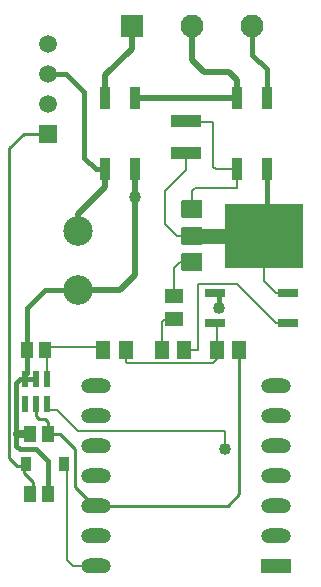
<source format=gtl>
G04*
G04 #@! TF.GenerationSoftware,Altium Limited,Altium Designer,19.1.8 (144)*
G04*
G04 Layer_Physical_Order=1*
G04 Layer_Color=255*
%FSLAX44Y44*%
%MOMM*%
G71*
G01*
G75*
%ADD12C,0.2540*%
%ADD14C,0.2032*%
G04:AMPARAMS|DCode=16|XSize=1.524mm|YSize=1.778mm|CornerRadius=0.0838mm|HoleSize=0mm|Usage=FLASHONLY|Rotation=90.000|XOffset=0mm|YOffset=0mm|HoleType=Round|Shape=RoundedRectangle|*
%AMROUNDEDRECTD16*
21,1,1.5240,1.6104,0,0,90.0*
21,1,1.3564,1.7780,0,0,90.0*
1,1,0.1676,0.8052,0.6782*
1,1,0.1676,0.8052,-0.6782*
1,1,0.1676,-0.8052,-0.6782*
1,1,0.1676,-0.8052,0.6782*
%
%ADD16ROUNDEDRECTD16*%
G04:AMPARAMS|DCode=17|XSize=5.45mm|YSize=6.6mm|CornerRadius=0.0545mm|HoleSize=0mm|Usage=FLASHONLY|Rotation=90.000|XOffset=0mm|YOffset=0mm|HoleType=Round|Shape=RoundedRectangle|*
%AMROUNDEDRECTD17*
21,1,5.4500,6.4910,0,0,90.0*
21,1,5.3410,6.6000,0,0,90.0*
1,1,0.1090,3.2455,2.6705*
1,1,0.1090,3.2455,-2.6705*
1,1,0.1090,-3.2455,-2.6705*
1,1,0.1090,-3.2455,2.6705*
%
%ADD17ROUNDEDRECTD17*%
%ADD18R,0.9500X1.8500*%
%ADD19R,1.3000X1.5000*%
%ADD20R,0.9100X1.2200*%
%ADD21R,0.5500X1.4500*%
%ADD22R,0.5500X1.4500*%
%ADD23R,1.7750X0.6500*%
%ADD24R,2.6000X1.1000*%
%ADD25R,1.1000X1.4000*%
%ADD26R,1.5000X1.3000*%
%ADD46C,0.3810*%
%ADD47C,0.5080*%
%ADD48C,0.6350*%
%ADD49C,1.2700*%
%ADD50C,1.9500*%
%ADD51R,1.9500X1.9500*%
%ADD52O,2.5400X1.2700*%
%ADD53R,2.5400X1.2700*%
%ADD54R,1.5000X1.5000*%
%ADD55C,1.5000*%
%ADD56C,2.5000*%
%ADD57C,1.0160*%
D12*
X79336Y64096D02*
Y67984D01*
X78740Y63500D02*
Y66636D01*
X81280Y66040D02*
X193040D01*
X202540Y75540D01*
Y198120D01*
X63500Y81876D02*
X78740Y66636D01*
X63500Y81876D02*
Y114300D01*
X78740Y63500D02*
X79336Y64096D01*
Y67984D02*
X81280Y66040D01*
X22305Y99615D02*
X24290Y101600D01*
X28060Y76200D02*
Y86240D01*
X14685Y99615D02*
X22305D01*
X20320Y93980D02*
X28060Y86240D01*
X20320Y93980D02*
Y97630D01*
X7874Y106426D02*
X14685Y99615D01*
X7874Y106426D02*
Y368554D01*
X20320Y97630D02*
X22305Y99615D01*
X50800Y127000D02*
X63500Y114300D01*
X40640Y127000D02*
Y137160D01*
X38100Y139700D02*
X40640Y137160D01*
X33020Y139700D02*
X38100D01*
X30480Y142240D02*
X33020Y139700D01*
X30480Y142240D02*
Y151810D01*
X40640Y127000D02*
X50800D01*
X39116Y128524D02*
X40640Y127000D01*
X7874Y368554D02*
X20320Y381000D01*
X40640D01*
D14*
X39980Y147320D02*
X48260D01*
X66040Y129540D02*
X190500D01*
X48260Y147320D02*
X66040Y129540D01*
X190500Y114300D02*
Y129540D01*
X157480Y391160D02*
X180340D01*
X165100Y335280D02*
X200860D01*
X162520Y332700D02*
X165100Y335280D01*
X162520Y317440D02*
Y332700D01*
X157480Y350520D02*
Y364560D01*
X139446Y332486D02*
X157480Y350520D01*
X180340Y353060D02*
Y391160D01*
Y353060D02*
X182650Y350750D01*
X200860D01*
Y335280D02*
Y350750D01*
X139446Y304800D02*
Y332486D01*
X223520Y317500D02*
X225860Y319840D01*
X223520Y294640D02*
Y317500D01*
X167894Y198120D02*
Y253492D01*
X156160Y198120D02*
X167894D01*
X39980Y173310D02*
Y198476D01*
X42164Y200660D02*
X86360D01*
X183540Y198120D02*
Y220980D01*
X107696Y186944D02*
X180340D01*
X106680Y187960D02*
X107696Y186944D01*
X106680Y187960D02*
Y193040D01*
X39980Y147320D02*
Y151810D01*
X139446Y304800D02*
X149606Y294640D01*
X162414D01*
X223520Y256540D02*
Y294640D01*
Y256540D02*
X233680Y246380D01*
X244240D01*
X39980Y198476D02*
X42164Y200660D01*
X147320Y243180D02*
Y266760D01*
X152400Y271840D01*
X162520D01*
X137160Y198120D02*
Y221640D01*
X139700Y224180D01*
X147320D01*
X62070Y15240D02*
X81280D01*
X56990Y20320D02*
X62070Y15240D01*
X56990Y20320D02*
Y101600D01*
X233680Y220980D02*
X244240D01*
X201168Y253492D02*
X233680Y220980D01*
X167894Y253492D02*
X201168D01*
X180340Y186944D02*
X183540Y190144D01*
Y198120D01*
X182480Y220980D02*
X183540D01*
D16*
X162414Y294640D02*
D03*
X162520Y271840D02*
D03*
Y317440D02*
D03*
D17*
X223520Y294640D02*
D03*
D18*
X200860Y411250D02*
D03*
X225860D02*
D03*
Y350750D02*
D03*
X200860D02*
D03*
X89100Y411250D02*
D03*
X114100D02*
D03*
Y350750D02*
D03*
X89100D02*
D03*
D19*
X137160Y198120D02*
D03*
X156160D02*
D03*
X183540D02*
D03*
X202540D02*
D03*
X106680D02*
D03*
X87680D02*
D03*
D20*
X54450Y101600D02*
D03*
X21750D02*
D03*
D21*
X39980Y151810D02*
D03*
X30480D02*
D03*
X20980D02*
D03*
Y173310D02*
D03*
X30480D02*
D03*
D22*
X39980Y173310D02*
D03*
D23*
X244240Y220980D02*
D03*
Y246380D02*
D03*
X182480D02*
D03*
Y220980D02*
D03*
D24*
X157480Y391560D02*
D03*
Y364560D02*
D03*
D25*
X40520Y76200D02*
D03*
X25520D02*
D03*
X37980Y198120D02*
D03*
X22980D02*
D03*
X40640Y127000D02*
D03*
X25640D02*
D03*
D26*
X147320Y243180D02*
D03*
Y224180D02*
D03*
D46*
X13716Y127000D02*
Y170180D01*
Y116840D02*
Y127000D01*
Y116840D02*
X16764Y113792D01*
X30868D01*
X185166Y233680D02*
Y246380D01*
X55880Y431800D02*
X71120Y416560D01*
X40640Y431800D02*
X55880D01*
X71120Y360680D02*
Y416560D01*
Y360680D02*
X81050Y350750D01*
X89100D01*
X20980Y178655D02*
X22980D01*
X17018Y173482D02*
X20980D01*
X40640Y77724D02*
X43060D01*
X225860Y319840D02*
Y350750D01*
X20980Y173482D02*
Y178655D01*
X40640Y77724D02*
Y104020D01*
X43060Y76200D02*
Y77724D01*
X30868Y113792D02*
X40640Y104020D01*
X182480Y246380D02*
X185166D01*
X37966Y248666D02*
X66040D01*
X22980Y233680D02*
X37966Y248666D01*
X22980Y198120D02*
Y233680D01*
Y178655D02*
Y198120D01*
X20980Y173310D02*
X30480D01*
X20980D02*
Y173482D01*
X13716Y170180D02*
X17018Y173482D01*
X213360Y447856D02*
Y472440D01*
Y447856D02*
X225860Y435356D01*
Y411250D02*
Y435356D01*
D47*
X114100Y327660D02*
Y350750D01*
Y261166D02*
Y327660D01*
Y411250D02*
X200860D01*
X89100Y430276D02*
X111760Y452936D01*
X89100Y411250D02*
Y430276D01*
X111760Y452936D02*
Y472440D01*
X66040Y248666D02*
X101600D01*
X114100Y261166D01*
X200860Y411250D02*
Y426720D01*
X194256Y433324D02*
X200860Y426720D01*
X172720Y433324D02*
X194256D01*
X162560Y443484D02*
X172720Y433324D01*
X162560Y443484D02*
Y472440D01*
X89100Y335988D02*
Y350750D01*
X66040Y312928D02*
X89100Y335988D01*
X66040Y298666D02*
Y312928D01*
D48*
X14859Y127000D02*
X25640D01*
D49*
X162414Y294640D02*
X223520D01*
D50*
X213360Y472440D02*
D03*
X162560D02*
D03*
D51*
X111760D02*
D03*
D52*
X81280Y167640D02*
D03*
Y142240D02*
D03*
Y116840D02*
D03*
Y91440D02*
D03*
Y66040D02*
D03*
Y40640D02*
D03*
Y15240D02*
D03*
X233680Y167640D02*
D03*
Y142240D02*
D03*
Y116840D02*
D03*
Y91440D02*
D03*
Y66040D02*
D03*
Y40640D02*
D03*
D53*
Y15240D02*
D03*
D54*
X40640Y381000D02*
D03*
D55*
Y406400D02*
D03*
Y431800D02*
D03*
Y457200D02*
D03*
D56*
X66040Y248666D02*
D03*
Y298666D02*
D03*
D57*
X190500Y114300D02*
D03*
X114300Y327660D02*
D03*
X185166Y233680D02*
D03*
M02*

</source>
